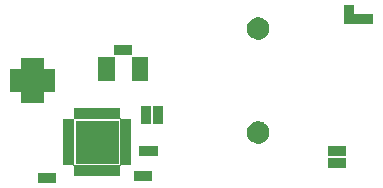
<source format=gbr>
G04 #@! TF.GenerationSoftware,KiCad,Pcbnew,5.0.1-33cea8e~67~ubuntu16.04.1*
G04 #@! TF.CreationDate,2018-10-18T23:36:49-04:00*
G04 #@! TF.ProjectId,motor controller,6D6F746F7220636F6E74726F6C6C6572,rev?*
G04 #@! TF.SameCoordinates,Original*
G04 #@! TF.FileFunction,Soldermask,Bot*
G04 #@! TF.FilePolarity,Negative*
%FSLAX46Y46*%
G04 Gerber Fmt 4.6, Leading zero omitted, Abs format (unit mm)*
G04 Created by KiCad (PCBNEW 5.0.1-33cea8e~67~ubuntu16.04.1) date Thu 18 Oct 2018 11:36:49 PM EDT*
%MOMM*%
%LPD*%
G01*
G04 APERTURE LIST*
%ADD10C,0.100000*%
G04 APERTURE END LIST*
D10*
G36*
X10549100Y-17656600D02*
X8995900Y-17656600D01*
X8995900Y-16803400D01*
X10549100Y-16803400D01*
X10549100Y-17656600D01*
X10549100Y-17656600D01*
G37*
G36*
X18686600Y-17496600D02*
X17133400Y-17496600D01*
X17133400Y-16643400D01*
X18686600Y-16643400D01*
X18686600Y-17496600D01*
X18686600Y-17496600D01*
G37*
G36*
X15976600Y-12172600D02*
X15977576Y-12182511D01*
X15980467Y-12192040D01*
X15985161Y-12200823D01*
X15991479Y-12208521D01*
X15999177Y-12214839D01*
X16007960Y-12219533D01*
X16017489Y-12222424D01*
X16027400Y-12223400D01*
X16851600Y-12223400D01*
X16851600Y-16176600D01*
X16027400Y-16176600D01*
X16017489Y-16177576D01*
X16007960Y-16180467D01*
X15999177Y-16185161D01*
X15991479Y-16191479D01*
X15985161Y-16199177D01*
X15980467Y-16207960D01*
X15977576Y-16217489D01*
X15976600Y-16227400D01*
X15976600Y-17051600D01*
X12023400Y-17051600D01*
X12023400Y-16227400D01*
X12022424Y-16217489D01*
X12019533Y-16207960D01*
X12014839Y-16199177D01*
X12008521Y-16191479D01*
X12000823Y-16185161D01*
X11992040Y-16180467D01*
X11982511Y-16177576D01*
X11972600Y-16176600D01*
X11148400Y-16176600D01*
X11148400Y-12302400D01*
X12051600Y-12302400D01*
X12051600Y-16097600D01*
X12052576Y-16107511D01*
X12055467Y-16117040D01*
X12060161Y-16125823D01*
X12066479Y-16133521D01*
X12074177Y-16139839D01*
X12082960Y-16144533D01*
X12092489Y-16147424D01*
X12102400Y-16148400D01*
X15897600Y-16148400D01*
X15907511Y-16147424D01*
X15917040Y-16144533D01*
X15925823Y-16139839D01*
X15933521Y-16133521D01*
X15939839Y-16125823D01*
X15944533Y-16117040D01*
X15947424Y-16107511D01*
X15948400Y-16097600D01*
X15948400Y-12302400D01*
X15947424Y-12292489D01*
X15944533Y-12282960D01*
X15939839Y-12274177D01*
X15933521Y-12266479D01*
X15925823Y-12260161D01*
X15917040Y-12255467D01*
X15907511Y-12252576D01*
X15897600Y-12251600D01*
X12102400Y-12251600D01*
X12092489Y-12252576D01*
X12082960Y-12255467D01*
X12074177Y-12260161D01*
X12066479Y-12266479D01*
X12060161Y-12274177D01*
X12055467Y-12282960D01*
X12052576Y-12292489D01*
X12051600Y-12302400D01*
X11148400Y-12302400D01*
X11148400Y-12223400D01*
X11972600Y-12223400D01*
X11982511Y-12222424D01*
X11992040Y-12219533D01*
X12000823Y-12214839D01*
X12008521Y-12208521D01*
X12014839Y-12200823D01*
X12019533Y-12192040D01*
X12022424Y-12182511D01*
X12023400Y-12172600D01*
X12023400Y-11348400D01*
X15976600Y-11348400D01*
X15976600Y-12172600D01*
X15976600Y-12172600D01*
G37*
G36*
X15826600Y-16026600D02*
X12173400Y-16026600D01*
X12173400Y-12373400D01*
X15826600Y-12373400D01*
X15826600Y-16026600D01*
X15826600Y-16026600D01*
G37*
G36*
X35066600Y-16428600D02*
X33513400Y-16428600D01*
X33513400Y-15575400D01*
X35066600Y-15575400D01*
X35066600Y-16428600D01*
X35066600Y-16428600D01*
G37*
G36*
X35066600Y-15412600D02*
X33513400Y-15412600D01*
X33513400Y-14559400D01*
X35066600Y-14559400D01*
X35066600Y-15412600D01*
X35066600Y-15412600D01*
G37*
G36*
X19139100Y-15386600D02*
X17585900Y-15386600D01*
X17585900Y-14533400D01*
X19139100Y-14533400D01*
X19139100Y-15386600D01*
X19139100Y-15386600D01*
G37*
G36*
X27917573Y-12464970D02*
X28090749Y-12536702D01*
X28090751Y-12536703D01*
X28168680Y-12588774D01*
X28246611Y-12640845D01*
X28379155Y-12773389D01*
X28483298Y-12929251D01*
X28555030Y-13102427D01*
X28591600Y-13286276D01*
X28591600Y-13473724D01*
X28555030Y-13657573D01*
X28483298Y-13830749D01*
X28379155Y-13986611D01*
X28246611Y-14119155D01*
X28168680Y-14171227D01*
X28090751Y-14223297D01*
X28090750Y-14223298D01*
X28090749Y-14223298D01*
X27917573Y-14295030D01*
X27733724Y-14331600D01*
X27546276Y-14331600D01*
X27362427Y-14295030D01*
X27189251Y-14223298D01*
X27189250Y-14223298D01*
X27189249Y-14223297D01*
X27111320Y-14171226D01*
X27033389Y-14119155D01*
X26900845Y-13986611D01*
X26796702Y-13830749D01*
X26724970Y-13657573D01*
X26688400Y-13473724D01*
X26688400Y-13286276D01*
X26724970Y-13102427D01*
X26796702Y-12929251D01*
X26900845Y-12773389D01*
X27033389Y-12640845D01*
X27111320Y-12588774D01*
X27189249Y-12536703D01*
X27189251Y-12536702D01*
X27362427Y-12464970D01*
X27546276Y-12428400D01*
X27733724Y-12428400D01*
X27917573Y-12464970D01*
X27917573Y-12464970D01*
G37*
G36*
X19576600Y-12666600D02*
X18723400Y-12666600D01*
X18723400Y-11113400D01*
X19576600Y-11113400D01*
X19576600Y-12666600D01*
X19576600Y-12666600D01*
G37*
G36*
X18546600Y-12664100D02*
X17693400Y-12664100D01*
X17693400Y-11110900D01*
X18546600Y-11110900D01*
X18546600Y-12664100D01*
X18546600Y-12664100D01*
G37*
G36*
X9476600Y-7972600D02*
X9477576Y-7982511D01*
X9480467Y-7992040D01*
X9485161Y-8000823D01*
X9491479Y-8008521D01*
X9499177Y-8014839D01*
X9507960Y-8019533D01*
X9517489Y-8022424D01*
X9527400Y-8023400D01*
X10401600Y-8023400D01*
X10401600Y-9976600D01*
X9527400Y-9976600D01*
X9517489Y-9977576D01*
X9507960Y-9980467D01*
X9499177Y-9985161D01*
X9491479Y-9991479D01*
X9485161Y-9999177D01*
X9480467Y-10007960D01*
X9477576Y-10017489D01*
X9476600Y-10027400D01*
X9476600Y-10901600D01*
X7523400Y-10901600D01*
X7523400Y-10027400D01*
X7522424Y-10017489D01*
X7519533Y-10007960D01*
X7514839Y-9999177D01*
X7508521Y-9991479D01*
X7500823Y-9985161D01*
X7492040Y-9980467D01*
X7482511Y-9977576D01*
X7472600Y-9976600D01*
X6598400Y-9976600D01*
X6598400Y-8023400D01*
X7472600Y-8023400D01*
X7482511Y-8022424D01*
X7492040Y-8019533D01*
X7500823Y-8014839D01*
X7508521Y-8008521D01*
X7514839Y-8000823D01*
X7519533Y-7992040D01*
X7522424Y-7982511D01*
X7523400Y-7972600D01*
X7523400Y-7098400D01*
X9476600Y-7098400D01*
X9476600Y-7972600D01*
X9476600Y-7972600D01*
G37*
G36*
X18341600Y-9001600D02*
X16918400Y-9001600D01*
X16918400Y-6998400D01*
X18341600Y-6998400D01*
X18341600Y-9001600D01*
X18341600Y-9001600D01*
G37*
G36*
X15481600Y-9001600D02*
X14058400Y-9001600D01*
X14058400Y-6998400D01*
X15481600Y-6998400D01*
X15481600Y-9001600D01*
X15481600Y-9001600D01*
G37*
G36*
X16976600Y-6826600D02*
X15423400Y-6826600D01*
X15423400Y-5973400D01*
X16976600Y-5973400D01*
X16976600Y-6826600D01*
X16976600Y-6826600D01*
G37*
G36*
X27917573Y-3664970D02*
X28090749Y-3736702D01*
X28090751Y-3736703D01*
X28168680Y-3788774D01*
X28246611Y-3840845D01*
X28379155Y-3973389D01*
X28483298Y-4129251D01*
X28555030Y-4302427D01*
X28591600Y-4486276D01*
X28591600Y-4673724D01*
X28555030Y-4857573D01*
X28483298Y-5030749D01*
X28379155Y-5186611D01*
X28246611Y-5319155D01*
X28168680Y-5371226D01*
X28090751Y-5423297D01*
X28090750Y-5423298D01*
X28090749Y-5423298D01*
X27917573Y-5495030D01*
X27733724Y-5531600D01*
X27546276Y-5531600D01*
X27362427Y-5495030D01*
X27189251Y-5423298D01*
X27189250Y-5423298D01*
X27189249Y-5423297D01*
X27111320Y-5371226D01*
X27033389Y-5319155D01*
X26900845Y-5186611D01*
X26796702Y-5030749D01*
X26724970Y-4857573D01*
X26688400Y-4673724D01*
X26688400Y-4486276D01*
X26724970Y-4302427D01*
X26796702Y-4129251D01*
X26900845Y-3973389D01*
X27033389Y-3840845D01*
X27111320Y-3788774D01*
X27189249Y-3736703D01*
X27189251Y-3736702D01*
X27362427Y-3664970D01*
X27546276Y-3628400D01*
X27733724Y-3628400D01*
X27917573Y-3664970D01*
X27917573Y-3664970D01*
G37*
G36*
X35726600Y-3322600D02*
X35727576Y-3332511D01*
X35730467Y-3342040D01*
X35735161Y-3350823D01*
X35741479Y-3358521D01*
X35749177Y-3364839D01*
X35757960Y-3369533D01*
X35767489Y-3372424D01*
X35777400Y-3373400D01*
X37364100Y-3373400D01*
X37364100Y-4226600D01*
X35810900Y-4226600D01*
X35810900Y-4214900D01*
X35809924Y-4204989D01*
X35807033Y-4195460D01*
X35802339Y-4186677D01*
X35796021Y-4178979D01*
X35788323Y-4172661D01*
X35779540Y-4167967D01*
X35770011Y-4165076D01*
X35760100Y-4164100D01*
X34873400Y-4164100D01*
X34873400Y-2610900D01*
X35726600Y-2610900D01*
X35726600Y-3322600D01*
X35726600Y-3322600D01*
G37*
M02*

</source>
